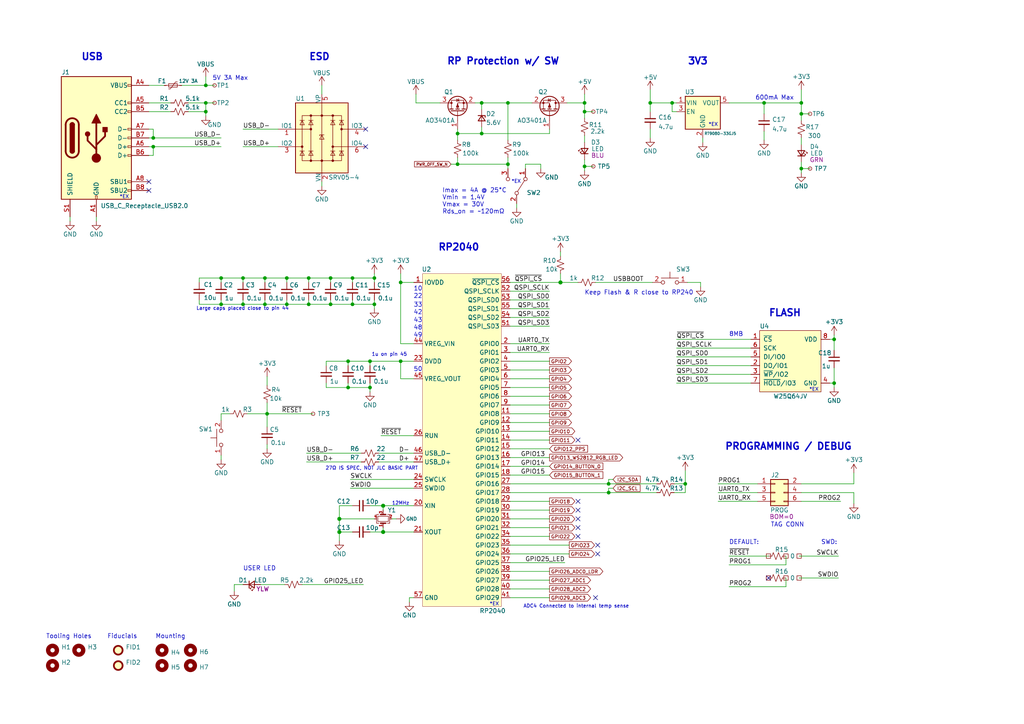
<source format=kicad_sch>
(kicad_sch (version 20211123) (generator eeschema)
  (paper "A4")
  (title_block (title "RP2040 & USB"))
  (junction (at 139.7 38.735))
  (junction (at 102.235 80.645))
  (junction (at 169.545 32.385))
  (junction (at 132.715 38.735))
  (junction (at 116.205 104.775))
  (junction (at 44.45 42.545))
  (junction (at 83.185 88.265))
  (junction (at 111.125 154.305) (diameter 1.016))
  (junction (at 100.965 104.775))
  (junction (at 70.485 80.645))
  (junction (at 44.45 40.005))
  (junction (at 139.7 29.845))
  (junction (at 194.945 29.845))
  (junction (at 102.235 88.265))
  (junction (at 108.585 80.645))
  (junction (at 147.32 29.845))
  (junction (at 98.425 150.495) (diameter 1.016))
  (junction (at 107.315 104.775))
  (junction (at 70.485 88.265))
  (junction (at 241.935 98.425))
  (junction (at 169.545 48.26))
  (junction (at 59.69 32.385))
  (junction (at 111.125 146.685) (diameter 1.016))
  (junction (at 232.41 48.895))
  (junction (at 64.135 88.265))
  (junction (at 95.885 80.645))
  (junction (at 98.425 154.305) (diameter 1.016))
  (junction (at 198.755 140.335))
  (junction (at 59.69 29.845))
  (junction (at 147.32 47.625))
  (junction (at 176.53 140.335))
  (junction (at 107.315 112.395))
  (junction (at 232.41 29.845))
  (junction (at 89.535 80.645))
  (junction (at 116.205 81.915))
  (junction (at 64.135 80.645))
  (junction (at 132.715 47.625))
  (junction (at 221.615 29.845))
  (junction (at 95.885 88.265))
  (junction (at 100.965 112.395))
  (junction (at 232.41 33.02))
  (junction (at 76.835 80.645))
  (junction (at 77.47 120.015))
  (junction (at 108.585 88.265))
  (junction (at 188.595 29.845))
  (junction (at 241.935 111.125))
  (junction (at 162.56 81.915) (diameter 1.016))
  (junction (at 59.69 24.765))
  (junction (at 89.535 88.265))
  (junction (at 83.185 80.645))
  (junction (at 176.53 142.875))
  (junction (at 169.545 29.845))
  (junction (at 76.835 88.265))
  (no_connect (at 222.885 167.64))
  (no_connect (at 106.045 42.545))
  (no_connect (at 167.64 127.635))
  (no_connect (at 167.64 153.035))
  (no_connect (at 167.64 150.495))
  (no_connect (at 173.355 160.655))
  (no_connect (at 173.355 158.115))
  (no_connect (at 167.64 155.575))
  (no_connect (at 167.64 147.955))
  (no_connect (at 167.64 145.415))
  (no_connect (at 172.72 173.355))
  (no_connect (at 43.18 52.705))
  (no_connect (at 106.045 37.465))
  (no_connect (at 43.18 55.245))
  (wire (pts (xy 147.955 102.235) (xy 159.385 102.235)))
  (wire (pts (xy 111.125 146.685) (xy 111.125 147.955)))
  (wire (pts (xy 116.205 109.855) (xy 116.205 104.775)))
  (wire (pts (xy 232.41 50.165) (xy 232.41 48.895)))
  (wire (pts (xy 43.18 37.465) (xy 44.45 37.465)))
  (wire (pts (xy 147.955 112.395) (xy 159.385 112.395)))
  (wire (pts (xy 240.665 98.425) (xy 241.935 98.425)))
  (wire (pts (xy 116.205 81.915) (xy 120.015 81.915)))
  (wire (pts (xy 219.71 145.415) (xy 208.28 145.415)))
  (wire (pts (xy 107.315 104.775) (xy 107.315 106.045)))
  (wire (pts (xy 102.235 88.265) (xy 102.235 86.995)))
  (wire (pts (xy 100.965 106.045) (xy 100.965 104.775)))
  (wire (pts (xy 162.56 81.915) (xy 162.56 79.375)))
  (wire (pts (xy 64.135 88.265) (xy 70.485 88.265)))
  (wire (pts (xy 70.485 88.265) (xy 70.485 86.995)))
  (wire (pts (xy 71.755 120.015) (xy 77.47 120.015)))
  (wire (pts (xy 227.965 161.29) (xy 227.965 163.83)))
  (wire (pts (xy 147.955 150.495) (xy 159.385 150.495)))
  (wire (pts (xy 241.935 98.425) (xy 241.935 101.6)))
  (wire (pts (xy 203.2 83.185) (xy 203.2 81.915)))
  (wire (pts (xy 137.795 29.845) (xy 139.7 29.845)))
  (wire (pts (xy 147.955 137.795) (xy 159.385 137.795)))
  (wire (pts (xy 247.65 142.875) (xy 247.65 146.05)))
  (wire (pts (xy 176.53 139.065) (xy 176.53 140.335)))
  (wire (pts (xy 147.955 104.775) (xy 159.385 104.775)))
  (wire (pts (xy 93.345 52.705) (xy 93.345 53.975)))
  (wire (pts (xy 82.55 169.545) (xy 75.565 169.545)))
  (wire (pts (xy 98.425 154.305) (xy 102.235 154.305)))
  (wire (pts (xy 93.345 24.765) (xy 93.345 27.305)))
  (wire (pts (xy 98.425 146.685) (xy 98.425 150.495)))
  (wire (pts (xy 94.615 112.395) (xy 94.615 111.125)))
  (wire (pts (xy 177.8 141.605) (xy 176.53 141.605)))
  (wire (pts (xy 176.53 141.605) (xy 176.53 142.875)))
  (wire (pts (xy 94.615 106.045) (xy 94.615 104.775)))
  (wire (pts (xy 116.205 109.855) (xy 120.015 109.855)))
  (wire (pts (xy 232.41 40.005) (xy 232.41 41.91)))
  (wire (pts (xy 59.69 29.845) (xy 62.23 29.845)))
  (wire (pts (xy 169.545 27.305) (xy 169.545 29.845)))
  (wire (pts (xy 211.455 163.83) (xy 227.965 163.83)))
  (wire (pts (xy 130.81 47.625) (xy 132.715 47.625)))
  (wire (pts (xy 147.955 99.695) (xy 159.385 99.695)))
  (wire (pts (xy 77.47 109.22) (xy 77.47 111.76)))
  (wire (pts (xy 70.485 42.545) (xy 80.645 42.545)))
  (wire (pts (xy 111.125 154.305) (xy 120.015 154.305)))
  (wire (pts (xy 147.955 81.915) (xy 162.56 81.915)))
  (wire (pts (xy 217.805 103.505) (xy 196.215 103.505)))
  (wire (pts (xy 211.455 170.18) (xy 227.965 170.18)))
  (wire (pts (xy 147.955 84.455) (xy 159.385 84.455)))
  (wire (pts (xy 147.955 86.995) (xy 159.385 86.995)))
  (wire (pts (xy 147.955 132.715) (xy 159.385 132.715)))
  (wire (pts (xy 64.135 121.92) (xy 64.135 120.015)))
  (wire (pts (xy 44.45 45.085) (xy 44.45 42.545)))
  (wire (pts (xy 196.215 29.845) (xy 194.945 29.845)))
  (wire (pts (xy 169.545 48.26) (xy 169.545 46.355)))
  (wire (pts (xy 70.485 80.645) (xy 76.835 80.645)))
  (wire (pts (xy 147.955 147.955) (xy 159.385 147.955)))
  (wire (pts (xy 88.9 131.445) (xy 104.775 131.445)))
  (wire (pts (xy 194.945 29.845) (xy 188.595 29.845)))
  (wire (pts (xy 89.535 88.265) (xy 83.185 88.265)))
  (wire (pts (xy 109.855 131.445) (xy 120.015 131.445)))
  (wire (pts (xy 247.65 137.16) (xy 247.65 140.335)))
  (wire (pts (xy 76.835 88.265) (xy 76.835 86.995)))
  (wire (pts (xy 44.45 42.545) (xy 64.135 42.545)))
  (wire (pts (xy 172.085 32.385) (xy 169.545 32.385)))
  (wire (pts (xy 44.45 40.005) (xy 64.135 40.005)))
  (wire (pts (xy 147.955 173.355) (xy 159.385 173.355)))
  (wire (pts (xy 169.545 32.385) (xy 169.545 29.845)))
  (wire (pts (xy 147.955 170.815) (xy 159.385 170.815)))
  (wire (pts (xy 108.585 79.375) (xy 108.585 80.645)))
  (wire (pts (xy 139.7 29.845) (xy 139.7 31.75)))
  (wire (pts (xy 108.585 80.645) (xy 108.585 81.915)))
  (wire (pts (xy 43.18 45.085) (xy 44.45 45.085)))
  (wire (pts (xy 76.835 88.265) (xy 83.185 88.265)))
  (wire (pts (xy 147.955 155.575) (xy 159.385 155.575)))
  (wire (pts (xy 221.615 29.845) (xy 221.615 33.02)))
  (wire (pts (xy 176.53 142.875) (xy 190.4632 142.875)))
  (wire (pts (xy 43.18 32.385) (xy 49.53 32.385)))
  (wire (pts (xy 132.715 47.625) (xy 147.32 47.625)))
  (wire (pts (xy 169.545 32.385) (xy 169.545 34.29)))
  (wire (pts (xy 98.425 150.495) (xy 98.425 154.305)))
  (wire (pts (xy 120.015 99.695) (xy 116.205 99.695)))
  (wire (pts (xy 43.18 24.765) (xy 47.625 24.765)))
  (wire (pts (xy 108.585 86.995) (xy 108.585 88.265)))
  (wire (pts (xy 221.615 29.845) (xy 232.41 29.845)))
  (wire (pts (xy 147.955 140.335) (xy 176.53 140.335)))
  (wire (pts (xy 83.185 88.265) (xy 83.185 86.995)))
  (wire (pts (xy 156.845 47.625) (xy 152.4 47.625)))
  (wire (pts (xy 59.69 29.845) (xy 59.69 32.385)))
  (wire (pts (xy 83.185 81.915) (xy 83.185 80.645)))
  (wire (pts (xy 101.6 139.065) (xy 120.015 139.065)))
  (wire (pts (xy 52.705 24.765) (xy 59.69 24.765)))
  (wire (pts (xy 232.41 48.895) (xy 232.41 46.99)))
  (wire (pts (xy 188.595 37.465) (xy 188.595 40.005)))
  (wire (pts (xy 196.215 98.425) (xy 217.805 98.425)))
  (wire (pts (xy 109.855 133.985) (xy 120.015 133.985)))
  (wire (pts (xy 139.7 38.735) (xy 159.385 38.735)))
  (wire (pts (xy 219.71 142.875) (xy 208.28 142.875)))
  (wire (pts (xy 59.69 22.225) (xy 59.69 24.765)))
  (wire (pts (xy 70.485 37.465) (xy 80.645 37.465)))
  (wire (pts (xy 162.56 81.915) (xy 167.64 81.915)))
  (wire (pts (xy 217.805 106.045) (xy 196.215 106.045)))
  (wire (pts (xy 116.205 104.775) (xy 120.015 104.775)))
  (wire (pts (xy 147.955 160.655) (xy 165.1 160.655)))
  (wire (pts (xy 147.955 122.555) (xy 159.385 122.555)))
  (wire (pts (xy 162.56 73.025) (xy 162.56 74.295)))
  (wire (pts (xy 217.805 108.585) (xy 196.215 108.585)))
  (wire (pts (xy 234.95 33.02) (xy 232.41 33.02)))
  (wire (pts (xy 198.755 140.335) (xy 198.755 142.875)))
  (wire (pts (xy 120.015 173.355) (xy 118.745 173.355)))
  (wire (pts (xy 240.665 111.125) (xy 241.935 111.125)))
  (wire (pts (xy 139.7 36.83) (xy 139.7 38.735)))
  (wire (pts (xy 147.955 153.035) (xy 159.385 153.035)))
  (wire (pts (xy 89.535 80.645) (xy 95.885 80.645)))
  (wire (pts (xy 156.845 48.895) (xy 156.845 47.625)))
  (wire (pts (xy 27.94 62.865) (xy 27.94 64.135)))
  (wire (pts (xy 116.205 81.915) (xy 116.205 99.695)))
  (wire (pts (xy 147.955 127.635) (xy 159.385 127.635)))
  (wire (pts (xy 147.955 89.535) (xy 159.385 89.535)))
  (wire (pts (xy 188.595 26.035) (xy 188.595 29.845)))
  (wire (pts (xy 147.955 117.475) (xy 159.385 117.475)))
  (wire (pts (xy 59.69 32.385) (xy 59.69 33.655)))
  (wire (pts (xy 203.835 40.005) (xy 203.835 41.275)))
  (wire (pts (xy 147.955 145.415) (xy 159.385 145.415)))
  (wire (pts (xy 43.18 29.845) (xy 49.53 29.845)))
  (wire (pts (xy 98.425 154.305) (xy 98.425 156.845)))
  (wire (pts (xy 147.955 163.195) (xy 163.83 163.195)))
  (wire (pts (xy 87.63 169.545) (xy 105.41 169.545)))
  (wire (pts (xy 98.425 146.685) (xy 102.235 146.685)))
  (wire (pts (xy 147.955 109.855) (xy 159.385 109.855)))
  (wire (pts (xy 102.235 88.265) (xy 108.585 88.265)))
  (wire (pts (xy 232.41 29.845) (xy 232.41 33.02)))
  (wire (pts (xy 100.965 104.775) (xy 107.315 104.775)))
  (wire (pts (xy 76.835 80.645) (xy 83.185 80.645)))
  (wire (pts (xy 102.235 80.645) (xy 108.585 80.645)))
  (wire (pts (xy 232.41 145.415) (xy 243.84 145.415)))
  (wire (pts (xy 194.945 32.385) (xy 194.945 29.845)))
  (wire (pts (xy 231.775 167.64) (xy 243.205 167.64)))
  (wire (pts (xy 120.65 29.845) (xy 127.635 29.845)))
  (wire (pts (xy 198.755 136.525) (xy 198.755 140.335)))
  (wire (pts (xy 89.535 88.265) (xy 89.535 86.995)))
  (wire (pts (xy 64.135 81.915) (xy 64.135 80.645)))
  (wire (pts (xy 219.71 140.335) (xy 208.28 140.335)))
  (wire (pts (xy 57.785 88.265) (xy 57.785 86.995)))
  (wire (pts (xy 177.8 139.065) (xy 176.53 139.065)))
  (wire (pts (xy 241.935 111.125) (xy 241.935 112.395)))
  (wire (pts (xy 77.47 120.015) (xy 90.805 120.015)))
  (wire (pts (xy 172.085 48.26) (xy 169.545 48.26)))
  (wire (pts (xy 195.5432 142.875) (xy 198.755 142.875)))
  (wire (pts (xy 147.955 125.095) (xy 159.385 125.095)))
  (wire (pts (xy 43.18 42.545) (xy 44.45 42.545)))
  (wire (pts (xy 70.485 169.545) (xy 67.945 169.545)))
  (wire (pts (xy 147.32 29.845) (xy 147.32 40.64)))
  (wire (pts (xy 107.315 113.665) (xy 107.315 112.395)))
  (wire (pts (xy 232.41 33.02) (xy 232.41 34.925)))
  (wire (pts (xy 94.615 104.775) (xy 100.965 104.775)))
  (wire (pts (xy 111.125 146.685) (xy 120.015 146.685)))
  (wire (pts (xy 132.715 45.72) (xy 132.715 47.625)))
  (wire (pts (xy 241.935 98.425) (xy 241.935 97.155)))
  (wire (pts (xy 217.805 100.965) (xy 196.215 100.965)))
  (wire (pts (xy 172.72 81.915) (xy 189.23 81.915)))
  (wire (pts (xy 147.955 114.935) (xy 159.385 114.935)))
  (wire (pts (xy 211.455 29.845) (xy 221.615 29.845)))
  (wire (pts (xy 116.205 79.375) (xy 116.205 81.915)))
  (wire (pts (xy 132.715 38.735) (xy 132.715 37.465)))
  (wire (pts (xy 217.805 111.125) (xy 196.215 111.125)))
  (wire (pts (xy 152.4 47.625) (xy 152.4 48.895)))
  (wire (pts (xy 241.935 106.68) (xy 241.935 111.125)))
  (wire (pts (xy 232.41 142.875) (xy 247.65 142.875)))
  (wire (pts (xy 64.135 80.645) (xy 70.485 80.645)))
  (wire (pts (xy 234.95 48.895) (xy 232.41 48.895)))
  (wire (pts (xy 102.235 81.915) (xy 102.235 80.645)))
  (wire (pts (xy 76.835 81.915) (xy 76.835 80.645)))
  (wire (pts (xy 20.32 62.865) (xy 20.32 64.135)))
  (wire (pts (xy 113.665 150.495) (xy 114.935 150.495)))
  (wire (pts (xy 196.215 32.385) (xy 194.945 32.385)))
  (wire (pts (xy 43.18 40.005) (xy 44.45 40.005)))
  (wire (pts (xy 203.2 81.915) (xy 199.39 81.915)))
  (wire (pts (xy 95.885 81.915) (xy 95.885 80.645)))
  (wire (pts (xy 147.955 120.015) (xy 159.385 120.015)))
  (wire (pts (xy 195.58 140.335) (xy 198.755 140.335)))
  (wire (pts (xy 211.455 161.29) (xy 222.885 161.29)))
  (wire (pts (xy 149.86 59.055) (xy 149.86 60.325)))
  (wire (pts (xy 147.955 165.735) (xy 159.385 165.735)))
  (wire (pts (xy 120.65 27.305) (xy 120.65 29.845)))
  (wire (pts (xy 77.47 116.84) (xy 77.47 120.015)))
  (wire (pts (xy 95.885 88.265) (xy 89.535 88.265)))
  (wire (pts (xy 54.61 29.845) (xy 59.69 29.845)))
  (wire (pts (xy 227.965 167.64) (xy 227.965 170.18)))
  (wire (pts (xy 88.9 133.985) (xy 104.775 133.985)))
  (wire (pts (xy 118.745 173.355) (xy 118.745 174.625)))
  (wire (pts (xy 110.49 126.365) (xy 120.015 126.365)))
  (wire (pts (xy 95.885 88.265) (xy 95.885 86.995)))
  (wire (pts (xy 101.6 141.605) (xy 120.015 141.605)))
  (wire (pts (xy 169.545 49.53) (xy 169.545 48.26)))
  (wire (pts (xy 107.315 112.395) (xy 100.965 112.395)))
  (wire (pts (xy 147.955 158.115) (xy 165.1 158.115)))
  (wire (pts (xy 95.885 80.645) (xy 102.235 80.645)))
  (wire (pts (xy 57.785 88.265) (xy 64.135 88.265)))
  (wire (pts (xy 147.955 94.615) (xy 159.385 94.615)))
  (wire (pts (xy 77.47 128.905) (xy 77.47 130.175)))
  (wire (pts (xy 76.835 88.265) (xy 70.485 88.265)))
  (wire (pts (xy 147.32 29.845) (xy 154.305 29.845)))
  (wire (pts (xy 57.785 81.915) (xy 57.785 80.645)))
  (wire (pts (xy 147.955 135.255) (xy 159.385 135.255)))
  (wire (pts (xy 147.955 142.875) (xy 176.53 142.875)))
  (wire (pts (xy 64.135 133.35) (xy 64.135 132.08)))
  (wire (pts (xy 70.485 81.915) (xy 70.485 80.645)))
  (wire (pts (xy 221.615 38.1) (xy 221.615 40.64)))
  (wire (pts (xy 147.955 168.275) (xy 159.385 168.275)))
  (wire (pts (xy 139.7 29.845) (xy 147.32 29.845)))
  (wire (pts (xy 64.135 88.265) (xy 64.135 86.995)))
  (wire (pts (xy 100.965 112.395) (xy 94.615 112.395)))
  (wire (pts (xy 62.23 24.765) (xy 59.69 24.765)))
  (wire (pts (xy 176.53 140.335) (xy 190.5 140.335)))
  (wire (pts (xy 107.315 104.775) (xy 116.205 104.775)))
  (wire (pts (xy 139.7 38.735) (xy 132.715 38.735)))
  (wire (pts (xy 77.47 120.015) (xy 77.47 123.825)))
  (wire (pts (xy 147.955 130.175) (xy 159.385 130.175)))
  (wire (pts (xy 232.41 140.335) (xy 247.65 140.335)))
  (wire (pts (xy 108.585 88.265) (xy 108.585 89.535)))
  (wire (pts (xy 111.125 153.035) (xy 111.125 154.305)))
  (wire (pts (xy 188.595 29.845) (xy 188.595 32.385)))
  (wire (pts (xy 132.715 38.735) (xy 132.715 40.64)))
  (wire (pts (xy 159.385 38.735) (xy 159.385 37.465)))
  (wire (pts (xy 57.785 80.645) (xy 64.135 80.645)))
  (wire (pts (xy 107.315 146.685) (xy 111.125 146.685)))
  (wire (pts (xy 108.585 150.495) (xy 98.425 150.495)))
  (wire (pts (xy 83.185 80.645) (xy 89.535 80.645)))
  (wire (pts (xy 100.965 112.395) (xy 100.965 111.125)))
  (wire (pts (xy 169.545 29.845) (xy 164.465 29.845)))
  (wire (pts (xy 102.235 88.265) (xy 95.885 88.265)))
  (wire (pts (xy 107.315 154.305) (xy 111.125 154.305)))
  (wire (pts (xy 67.945 169.545) (xy 67.945 171.45)))
  (wire (pts (xy 54.61 32.385) (xy 59.69 32.385)))
  (wire (pts (xy 107.315 112.395) (xy 107.315 111.125)))
  (wire (pts (xy 147.955 107.315) (xy 159.385 107.315)))
  (wire (pts (xy 44.45 37.465) (xy 44.45 40.005)))
  (wire (pts (xy 231.775 161.29) (xy 243.205 161.29)))
  (wire (pts (xy 232.41 26.035) (xy 232.41 29.845)))
  (wire (pts (xy 64.135 120.015) (xy 66.675 120.015)))
  (wire (pts (xy 169.545 39.37) (xy 169.545 41.275)))
  (wire (pts (xy 147.955 92.075) (xy 159.385 92.075)))
  (wire (pts (xy 147.32 47.625) (xy 147.32 48.895)))
  (wire (pts (xy 89.535 81.915) (xy 89.535 80.645)))
  (wire (pts (xy 147.32 47.625) (xy 147.32 45.72)))
  (text "10" (at 122.555 84.582 180) (effects (font (size 1.27 1.27)) (justify right bottom)))
  (text "12MHz" (at 118.745 146.685 180) (effects (font (size 1 1)) (justify right bottom)))
  (text "22" (at 122.555 86.741 180) (effects (font (size 1.27 1.27)) (justify right bottom)))
  (text "5V 3A Max" (at 61.595 23.495 0) (effects (font (size 1.27 1.27)) (justify left bottom)))
  (text "3V3" (at 199.39 19.05 0) (effects (font (size 2 2) (thickness 0.4) bold) (justify left bottom)))
  (text "49" (at 122.555 98.044 180) (effects (font (size 1.27 1.27)) (justify right bottom)))
  (text "8MB" (at 211.455 97.79 0) (effects (font (size 1.27 1.27)) (justify left bottom)))
  (text "42" (at 122.555 91.44 180) (effects (font (size 1.27 1.27)) (justify right bottom)))
  (text "*EX" (at 37.465 57.785 180) (effects (font (size 1 1)) (justify right bottom)))
  (text "50" (at 122.555 107.95 180) (effects (font (size 1.27 1.27)) (justify right bottom)))
  (text "*EX" (at 237.49 113.665 180) (effects (font (size 1 1)) (justify right bottom)))
  (text "Imax = 4A @ 25°C\nVmin = 1.4V\nVmax = 30V\nRds_on = ~120mΩ" (at 128.27 62.23 0) (effects (font (size 1.27 1.27)) (justify left bottom)))
  (text "RP Protection w/ SW" (at 129.54 19.05 0) (effects (font (size 2 2) (thickness 0.4) bold) (justify left bottom)))
  (text "27Ω IS SPEC, NOT JLC BASIC PART" (at 121.285 136.525 180) (effects (font (size 1 1)) (justify right bottom)))
  (text "Tooling Holes\n" (at 13.335 185.42 0) (effects (font (size 1.27 1.27)) (justify left bottom)))
  (text "*EX" (at 208.28 36.83 180) (effects (font (size 1 1)) (justify right bottom)))
  (text "ADC4 Connected to internal temp sense" (at 151.765 176.53 0) (effects (font (size 1 1)) (justify left bottom)))
  (text "ESD" (at 89.535 17.78 0) (effects (font (size 2 2) (thickness 0.4) bold) (justify left bottom)))
  (text "Keep Flash & R close to RP240" (at 169.545 85.725 0) (effects (font (size 1.27 1.27)) (justify left bottom)))
  (text "*EX" (at 144.78 175.895 180) (effects (font (size 1 1)) (justify right bottom)))
  (text "USB" (at 23.495 17.78 0) (effects (font (size 2 2) (thickness 0.4) bold) (justify left bottom)))
  (text "TAG CONN" (at 223.52 153.035 0) (effects (font (size 1.27 1.27)) (justify left bottom)))
  (text "Mounting" (at 45.085 185.42 0) (effects (font (size 1.27 1.27)) (justify left bottom)))
  (text "Large caps placed close to pin 44" (at 83.82 90.17 180) (effects (font (size 1 1)) (justify right bottom)))
  (text "33" (at 122.555 89.281 180) (effects (font (size 1.27 1.27)) (justify right bottom)))
  (text "FLASH" (at 222.885 92.075 0) (effects (font (size 2 2) (thickness 0.4) bold) (justify left bottom)))
  (text "DEFAULT:" (at 211.455 158.115 0) (effects (font (size 1.27 1.27)) (justify left bottom)))
  (text "*EX" (at 151.13 53.34 180) (effects (font (size 1 1)) (justify right bottom)))
  (text "1u on pin 45\n" (at 118.11 103.505 180) (effects (font (size 1 1)) (justify right bottom)))
  (text "RP2040\n" (at 127 73.025 0) (effects (font (size 2 2) (thickness 0.4) bold) (justify left bottom)))
  (text "600mA Max" (at 219.075 29.21 0) (effects (font (size 1.27 1.27)) (justify left bottom)))
  (text "43" (at 122.555 93.726 180) (effects (font (size 1.27 1.27)) (justify right bottom)))
  (text "USER LED\n" (at 70.485 165.735 0) (effects (font (size 1.27 1.27)) (justify left bottom)))
  (text "Fiducials" (at 31.115 185.42 0) (effects (font (size 1.27 1.27)) (justify left bottom)))
  (text "48" (at 122.555 95.885 180) (effects (font (size 1.27 1.27)) (justify right bottom)))
  (text "PROGRAMMING / DEBUG" (at 210.185 130.81 0) (effects (font (size 2 2) (thickness 0.4) bold) (justify left bottom)))
  (text "SWD:" (at 238.125 158.115 0) (effects (font (size 1.27 1.27)) (justify left bottom)))
  (label "QSPI_SD3" (at 196.215 111.125 0))
  (label "SWDIO" (at 243.205 167.64 180))
  (label "~{RESET}" (at 87.63 120.015 180))
  (label "QSPI_SCLK" (at 159.385 84.455 180))
  (label "UART0_TX" (at 159.385 99.695 180))
  (label "UART0_TX" (at 208.28 142.875 0))
  (label "USB_D+" (at 70.485 42.545 0))
  (label "QSPI_SD1" (at 159.385 89.535 180))
  (label "GPIO14" (at 158.115 135.255 180))
  (label "D+" (at 118.745 133.985 180))
  (label "QSPI_SCLK" (at 196.215 100.965 0))
  (label "PROG2" (at 243.84 145.415 180))
  (label "USB_D+" (at 64.135 42.545 180))
  (label "SWDIO" (at 101.6 141.605 0))
  (label "~{RESET}" (at 110.49 126.365 0))
  (label "QSPI_SD3" (at 159.385 94.615 180))
  (label "PROG2" (at 211.455 170.18 0))
  (label "D-" (at 118.745 131.445 180))
  (label "UART0_RX" (at 159.385 102.235 180))
  (label "SWCLK" (at 243.205 161.29 180))
  (label "GPIO15" (at 158.115 137.795 180))
  (label "USB_D-" (at 64.135 40.005 180))
  (label "UART0_RX" (at 208.28 145.415 0))
  (label "PROG1" (at 211.455 163.83 0))
  (label "QSPI_SD2" (at 159.385 92.075 180))
  (label "~{RESET}" (at 211.455 161.29 0))
  (label "PROG1" (at 208.28 140.335 0))
  (label "SWCLK" (at 101.6 139.065 0))
  (label "QSPI_SD2" (at 196.215 108.585 0))
  (label "USBBOOT" (at 186.69 81.915 180))
  (label "USB_D-" (at 88.9 131.445 0))
  (label "USB_D+" (at 88.9 133.985 0))
  (label "GPIO13" (at 158.115 132.715 180))
  (label "~{QSPI_CS}" (at 149.225 81.915 0))
  (label "QSPI_SD0" (at 196.215 103.505 0))
  (label "QSPI_SD1" (at 196.215 106.045 0))
  (label "QSPI_SD0" (at 159.385 86.995 180))
  (label "GPIO25_LED" (at 105.41 169.545 180))
  (label "GPIO25_LED" (at 163.83 163.195 180))
  (label "~{QSPI_CS}" (at 196.215 98.425 0))
  (label "USB_D-" (at 70.485 37.465 0))
  (global_label "GPIO6" (shape output) (at 159.385 114.935 0) (effects (font (size 1 1))) (property "Intersheet References" "${INTERSHEET_REFS}" (effects hide)))
  (global_label "GPIO24" (shape output) (at 165.1 160.655 0) (effects (font (size 1 1))) (property "Intersheet References" "${INTERSHEET_REFS}" (effects hide)))
  (global_label "GPIO13_WS2812_RGB_LED" (shape output) (at 159.385 132.715 0) (effects (font (size 1 1))) (property "Intersheet References" "${INTERSHEET_REFS}" (effects hide)))
  (global_label "GPIO2" (shape output) (at 159.385 104.775 0) (effects (font (size 1 1))) (property "Intersheet References" "${INTERSHEET_REFS}" (effects hide)))
  (global_label "GPIO11" (shape output) (at 159.385 127.635 0) (effects (font (size 1 1))) (property "Intersheet References" "${INTERSHEET_REFS}" (effects hide)))
  (global_label "GPIO28_ADC2" (shape output) (at 159.385 170.815 0) (effects (font (size 1 1))) (property "Intersheet References" "${INTERSHEET_REFS}" (effects hide)))
  (global_label "GPIO9" (shape output) (at 159.385 122.555 0) (effects (font (size 1 1))) (property "Intersheet References" "${INTERSHEET_REFS}" (effects hide)))
  (global_label "GPIO7" (shape output) (at 159.385 117.475 0) (effects (font (size 1 1))) (property "Intersheet References" "${INTERSHEET_REFS}" (effects hide)))
  (global_label "GPIO22" (shape output) (at 159.385 155.575 0) (effects (font (size 1 1))) (property "Intersheet References" "${INTERSHEET_REFS}" (effects hide)))
  (global_label "I2C_SDA" (shape input) (at 177.8 139.065 0) (effects (font (size 1 1))) (property "Intersheet References" "${INTERSHEET_REFS}" (effects hide)))
  (global_label "GPIO10" (shape output) (at 159.385 125.095 0) (effects (font (size 1 1))) (property "Intersheet References" "${INTERSHEET_REFS}" (effects hide)))
  (global_label "GPIO14_BUTTON_0" (shape input) (at 159.385 135.255 0) (effects (font (size 1 1))) (property "Intersheet References" "${INTERSHEET_REFS}" (effects hide)))
  (global_label "I2C_SCL" (shape input) (at 177.8 141.605 0) (effects (font (size 1 1))) (property "Intersheet References" "${INTERSHEET_REFS}" (effects hide)))
  (global_label "GPIO23" (shape output) (at 165.1 158.115 0) (effects (font (size 1 1))) (property "Intersheet References" "${INTERSHEET_REFS}" (effects hide)))
  (global_label "GPIO21" (shape output) (at 159.385 153.035 0) (effects (font (size 1 1))) (property "Intersheet References" "${INTERSHEET_REFS}" (effects hide)))
  (global_label "GPIO19" (shape output) (at 159.385 147.955 0) (effects (font (size 1 1))) (property "Intersheet References" "${INTERSHEET_REFS}" (effects hide)))
  (global_label "GPIO15_BUTTON_1" (shape input) (at 159.385 137.795 0) (effects (font (size 1 1))) (property "Intersheet References" "${INTERSHEET_REFS}" (effects hide)))
  (global_label "GPIO5" (shape output) (at 159.385 112.395 0) (effects (font (size 1 1))) (property "Intersheet References" "${INTERSHEET_REFS}" (effects hide)))
  (global_label "GPIO12_PPS" (shape input) (at 159.385 130.175 0) (effects (font (size 1 1))) (property "Intersheet References" "${INTERSHEET_REFS}" (effects hide)))
  (global_label "GPIO8" (shape output) (at 159.385 120.015 0) (effects (font (size 1 1))) (property "Intersheet References" "${INTERSHEET_REFS}" (effects hide)))
  (global_label "GPIO26_ADC0_LDR" (shape output) (at 159.385 165.735 0) (effects (font (size 1 1))) (property "Intersheet References" "${INTERSHEET_REFS}" (effects hide)))
  (global_label "GPIO20" (shape output) (at 159.385 150.495 0) (effects (font (size 1 1))) (property "Intersheet References" "${INTERSHEET_REFS}" (effects hide)))
  (global_label "PWR_OFF_SW_N" (shape input) (at 130.81 47.625 180) (effects (font (size 0.8 0.8))) (property "Intersheet References" "${INTERSHEET_REFS}" (effects hide)))
  (global_label "GPIO3" (shape output) (at 159.385 107.315 0) (effects (font (size 1 1))) (property "Intersheet References" "${INTERSHEET_REFS}" (effects hide)))
  (global_label "GPIO29_ADC3" (shape output) (at 159.385 173.355 0) (effects (font (size 1 1))) (property "Intersheet References" "${INTERSHEET_REFS}" (effects hide)))
  (global_label "GPIO18" (shape output) (at 159.385 145.415 0) (effects (font (size 1 1))) (property "Intersheet References" "${INTERSHEET_REFS}" (effects hide)))
  (global_label "GPIO27_ADC1" (shape output) (at 159.385 168.275 0) (effects (font (size 1 1))) (property "Intersheet References" "${INTERSHEET_REFS}" (effects hide)))
  (global_label "GPIO4" (shape output) (at 159.385 109.855 0) (effects (font (size 1 1))) (property "Intersheet References" "${INTERSHEET_REFS}" (effects hide)))
  (symbol (lib_id "Mechanical:Fiducial") (at 34.29 193.04 0) (unit 1)
    (property "Reference" "FID2" (at 36.449 192.1315 0) (effects (justify left)))
    (property "Value" "Fiducial" (effects hide))
    (property "Footprint" "Fiducial:Fiducial_1mm_Mask2mm" (effects hide))
    (property "bom" "BOM=0" (effects hide))
  )
  (symbol (lib_id "Device:R_Small_US") (at 77.47 114.3 0) (unit 1)
    (property "Reference" "R4" (at 80.01 113.03 0))
    (property "Value" "10k" (at 80.01 115.57 0))
    (property "Footprint" "Resistor_SMD:R_0402_1005Metric" (effects hide))
    (property "lcsc" "C25744" (effects hide))
  )
  (symbol (lib_id "power:+3.3V") (at 241.935 97.155 0) (mirror y) (unit 1)
    (property "Reference" "#PWR032" (effects hide))
    (property "Value" "+3.3V" (at 241.935 93.345 0))
  )
  (symbol (lib_id "Device:C_Small") (at 95.885 84.455 0) (unit 1)
    (property "Reference" "C9" (at 96.647 82.677 0) (effects (justify left)))
    (property "Value" "0.1u" (at 96.901 86.487 0) (effects (justify left)))
    (property "Footprint" "Capacitor_SMD:C_0402_1005Metric" (effects hide))
    (property "lcsc" "C1525" (effects hide))
    (property "desc" "16V X7R" (effects hide))
  )
  (symbol (lib_id "power:+3.3V") (at 116.205 79.375 0) (unit 1)
    (property "Reference" "#PWR016" (effects hide))
    (property "Value" "+3.3V" (at 116.205 75.565 0))
  )
  (symbol (lib_id "power:+3V3") (at 247.65 137.16 0) (mirror y) (unit 1)
    (property "Reference" "#PWR034" (effects hide))
    (property "Value" "+3V3" (at 247.65 133.35 0))
  )
  (symbol (lib_id "power:+3V3") (at 198.755 136.525 0) (mirror y) (unit 1)
    (property "Reference" "#PWR026" (effects hide))
    (property "Value" "+3V3" (at 198.755 132.715 0))
  )
  (symbol (lib_id "power:GND") (at 77.47 130.175 0) (unit 1)
    (property "Reference" "#PWR08" (effects hide))
    (property "Value" "GND" (at 77.47 133.985 0))
  )
  (symbol (lib_id "Device:C_Small") (at 107.315 108.585 0) (unit 1)
    (property "Reference" "C14" (at 108.077 106.807 0) (effects (justify left)))
    (property "Value" "0.1u" (at 108.331 110.617 0) (effects (justify left)))
    (property "Footprint" "Capacitor_SMD:C_0402_1005Metric" (effects hide))
    (property "lcsc" "C1525" (effects hide))
    (property "desc" "16V X7R" (effects hide))
  )
  (symbol (lib_id "Connector:TestPoint_Small") (at 172.085 32.385 0) (unit 1)
    (property "Reference" "TP4" (at 172.72 32.385 0) (effects (justify left)))
    (property "Value" "5V" (effects hide))
    (property "Footprint" "TestPoint:TestPoint_Pad_D1.0mm" (effects hide))
    (property "bom" "BOM=0" (effects hide))
  )
  (symbol (lib_id "Device:C_Small") (at 83.185 84.455 0) (unit 1)
    (property "Reference" "C6" (at 83.947 82.677 0) (effects (justify left)))
    (property "Value" "0.1u" (at 84.201 86.487 0) (effects (justify left)))
    (property "Footprint" "Capacitor_SMD:C_0402_1005Metric" (effects hide))
    (property "lcsc" "C1525" (effects hide))
    (property "desc" "16V X7R" (effects hide))
  )
  (symbol (lib_id "power:VBUS") (at 93.345 24.765 0) (unit 1)
    (property "Reference" "#PWR09" (effects hide))
    (property "Value" "VBUS" (at 93.345 21.1605 0))
  )
  (symbol (lib_id "Device:R_Small_US") (at 232.41 37.465 180) (unit 1)
    (property "Reference" "R17" (at 235.585 36.83 0))
    (property "Value" "300" (at 236.22 39.37 0))
    (property "Footprint" "Resistor_SMD:R_0402_1005Metric" (effects hide))
    (property "lcsc" "C25102" (effects hide))
  )
  (symbol (lib_id "Device:LED_Small") (at 169.545 43.815 90) (unit 1)
    (property "Reference" "D3" (at 172.72 41.275 90))
    (property "Value" "LED" (at 173.355 43.18 90))
    (property "Footprint" "LED_SMD:LED_0603_1608Metric" (effects hide))
    (property "desc" "VFtyp 2.8V, VFmax 3.1V, Blue" (effects hide))
    (property "lcsc" "C72041" (effects hide))
    (property "Color" "BLU" (at 173.355 45.085 90))
  )
  (symbol (lib_id "Mechanical:MountingHole") (at 55.245 193.04 0) (unit 1)
    (property "Reference" "H7" (at 57.785 193.519 0) (effects (justify left)))
    (property "Value" "Mounting_Hole" (effects hide))
    (property "Footprint" "MountingHole:MountingHole_2.7mm_M2.5" (effects hide))
    (property "bom" "BOM=0" (effects hide))
  )
  (symbol (lib_id "Transistor_FET:AO3401A") (at 132.715 32.385 90) (unit 1)
    (property "Reference" "Q1" (at 130.175 26.67 90))
    (property "Value" "AO3401A" (at 127.635 34.925 90))
    (property "Footprint" "Package_TO_SOT_SMD:SOT-23" (effects hide))
    (property "Datasheet" "http://www.aosmd.com/pdfs/datasheet/AO3401A.pdf" (effects hide))
    (property "lcsc" "C15127" (effects hide))
  )
  (symbol (lib_id "power:GND") (at 156.845 48.895 0) (unit 1)
    (property "Reference" "#PWR020" (effects hide))
    (property "Value" "GND" (at 160.02 51.435 0))
  )
  (symbol (lib_id "Connector:TestPoint_Small") (at 62.23 24.765 0) (unit 1)
    (property "Reference" "TP1" (at 62.865 24.765 0) (effects (justify left)))
    (property "Value" "VBUS" (effects hide))
    (property "Footprint" "TestPoint:TestPoint_Pad_D1.0mm" (effects hide))
    (property "bom" "BOM=0" (effects hide))
  )
  (symbol (lib_id "Mechanical:MountingHole") (at 15.24 193.04 0) (unit 1)
    (property "Reference" "H2" (at 17.78 192.1315 0) (effects (justify left)))
    (property "Value" "Tooling_Hole_JLC" (effects hide))
    (property "Footprint" "ftp:JLC_Tooling_Hole" (effects hide))
    (property "bom" "BOM=0" (effects hide))
  )
  (symbol (lib_id "Device:R_Small_US") (at 147.32 43.18 0) (unit 1)
    (property "Reference" "R9" (at 149.86 41.91 0))
    (property "Value" "100k" (at 151.13 44.45 0))
    (property "Footprint" "Resistor_SMD:R_0402_1005Metric" (effects hide))
    (property "lcsc" "C25741" (effects hide))
  )
  (symbol (lib_id "MCU_RaspberryPi:RP2040") (at 133.985 79.375 0) (unit 1)
    (property "Reference" "U2" (at 125.095 78.105 0) (effects (justify right)))
    (property "Value" "RP2040" (at 142.875 177.165 0))
    (property "Footprint" "ftp:QFN-56_EP_7x7_Pitch0.4mm" (effects hide))
    (property "Datasheet" "https://datasheets.raspberrypi.org/rp2040/rp2040_datasheet.pdf" (effects hide))
    (property "lcsc" "C2040" (effects hide))
  )
  (symbol (lib_id "Device:LED_Small") (at 73.025 169.545 0) (mirror x) (unit 1)
    (property "Reference" "D1" (at 70.485 168.275 0))
    (property "Value" "LED" (at 75.565 168.275 0))
    (property "Footprint" "LED_SMD:LED_0603_1608Metric" (effects hide))
    (property "desc" "VFtyp 2V, VFmax 2.3V, Yellow" (effects hide))
    (property "lcsc" "C72038" (effects hide))
    (property "Color" "YLW" (at 76.2 170.815 0))
  )
  (symbol (lib_id "Device:R_Small_US") (at 52.07 32.385 90) (unit 1)
    (property "Reference" "R2" (at 47.625 31.115 90))
    (property "Value" "5.1k" (at 55.88 31.115 90))
    (property "Footprint" "Resistor_SMD:R_0402_1005Metric" (effects hide))
    (property "lcsc" "C25744" (effects hide))
  )
  (symbol (lib_id "Device:Polyfuse_Small") (at 50.165 24.765 90) (unit 1)
    (property "Reference" "F1" (at 46.99 23.495 90))
    (property "Value" "12V 3A" (at 54.61 23.495 90) (effects (font (size 1 1))))
    (property "Footprint" "Fuse:Fuse_1206_3216Metric" (effects hide))
    (property "desc" "JK-NSMD300L-12V" (effects hide))
    (property "lcsc" "C516068" (effects hide))
  )
  (symbol (lib_id "Device:R_Small_US") (at 193.04 140.335 90) (unit 1)
    (property "Reference" "R14" (at 196.215 139.065 90))
    (property "Value" "4.7k" (at 189.23 139.065 90))
    (property "Footprint" "Resistor_SMD:R_0402_1005Metric" (effects hide))
    (property "lcsc" "C25900" (effects hide))
  )
  (symbol (lib_id "Power_Protection:SRV05-4") (at 93.345 40.005 0) (unit 1)
    (property "Reference" "U1" (at 85.725 28.575 0) (effects (justify left)))
    (property "Value" "SRV05-4" (at 95.25 51.435 0) (effects (justify left)))
    (property "Footprint" "Package_TO_SOT_SMD:SOT-23-6" (effects hide))
    (property "Datasheet" "http://www.onsemi.com/pub/Collateral/SRV05-4-D.PDF" (effects hide))
    (property "lcsc" "C85364" (effects hide))
  )
  (symbol (lib_id "power:GND") (at 27.94 64.135 0) (unit 1)
    (property "Reference" "#PWR02" (effects hide))
    (property "Value" "GND" (at 27.94 67.945 0))
  )
  (symbol (lib_id "power:GND") (at 149.86 60.325 0) (unit 1)
    (property "Reference" "#PWR019" (effects hide))
    (property "Value" "GND" (at 149.86 64.135 0))
  )
  (symbol (lib_id "power:GND") (at 203.835 41.275 0) (unit 1)
    (property "Reference" "#PWR028" (effects hide))
    (property "Value" "GND" (at 203.835 45.085 0))
  )
  (symbol (lib_id "Device:R_Small_US") (at 132.715 43.18 0) (unit 1)
    (property "Reference" "R8" (at 135.255 41.91 0))
    (property "Value" "100k" (at 136.525 44.45 0))
    (property "Footprint" "Resistor_SMD:R_0402_1005Metric" (effects hide))
    (property "lcsc" "C25741" (effects hide))
  )
  (symbol (lib_id "Switch:SW_Push") (at 64.135 127 90) (unit 1)
    (property "Reference" "SW1" (at 59.69 124.46 90))
    (property "Value" "TS-1187A-B-A-B" (effects hide))
    (property "Footprint" "Button_Switch_SMD:SW_SPST_TL3342" (effects hide))
    (property "desc" "ftp: Not Exact" (effects hide))
    (property "lcsc" "C318884" (effects hide))
  )
  (symbol (lib_id "power:GND") (at 221.615 40.64 0) (unit 1)
    (property "Reference" "#PWR029" (effects hide))
    (property "Value" "GND" (at 221.615 44.45 0))
  )
  (symbol (lib_id "Device:C_Small") (at 221.615 35.56 0) (unit 1)
    (property "Reference" "C17" (at 223.9391 34.6578 0) (effects (justify left)))
    (property "Value" "4.7u" (at 223.9391 37.4329 0) (effects (justify left)))
    (property "Footprint" "Capacitor_SMD:C_0402_1005Metric" (effects hide))
    (property "lcsc" "C23733" (effects hide))
    (property "desc" "10V X5R" (effects hide))
  )
  (symbol (lib_id "power:+3.3V") (at 162.56 73.025 0) (unit 1)
    (property "Reference" "#PWR021" (effects hide))
    (property "Value" "+3.3V" (at 162.56 69.215 0))
  )
  (symbol (lib_id "Mechanical:MountingHole") (at 46.99 188.595 0) (unit 1)
    (property "Reference" "H4" (at 49.53 189.23 0) (effects (justify left)))
    (property "Value" "Mounting_Hole" (effects hide))
    (property "Footprint" "MountingHole:MountingHole_2.7mm_M2.5" (effects hide))
    (property "bom" "BOM=0" (effects hide))
  )
  (symbol (lib_id "Mechanical:MountingHole") (at 55.245 188.595 0) (unit 1)
    (property "Reference" "H6" (at 57.785 189.074 0) (effects (justify left)))
    (property "Value" "Mounting_Hole" (effects hide))
    (property "Footprint" "MountingHole:MountingHole_2.7mm_M2.5" (effects hide))
    (property "bom" "BOM=0" (effects hide))
  )
  (symbol (lib_id "power:GND") (at 241.935 112.395 0) (unit 1)
    (property "Reference" "#PWR033" (effects hide))
    (property "Value" "GND" (at 241.935 116.205 0))
  )
  (symbol (lib_id "Device:C_Small") (at 70.485 84.455 0) (unit 1)
    (property "Reference" "C3" (at 71.247 82.677 0) (effects (justify left)))
    (property "Value" "0.1u" (at 71.501 86.487 0) (effects (justify left)))
    (property "Footprint" "Capacitor_SMD:C_0402_1005Metric" (effects hide))
    (property "lcsc" "C1525" (effects hide))
    (property "desc" "16V X7R" (effects hide))
  )
  (symbol (lib_id "power:GND") (at 59.69 33.655 0) (unit 1)
    (property "Reference" "#PWR04" (effects hide))
    (property "Value" "GND" (at 62.23 36.195 0))
  )
  (symbol (lib_id "power:GND") (at 64.135 133.35 0) (unit 1)
    (property "Reference" "#PWR05" (effects hide))
    (property "Value" "GND" (at 64.135 137.16 0))
  )
  (symbol (lib_id "power:GND") (at 67.945 171.45 0) (unit 1)
    (property "Reference" "#PWR06" (effects hide))
    (property "Value" "GND" (at 67.945 175.26 0))
  )
  (symbol (lib_id "power:GND") (at 107.315 113.665 0) (unit 1)
    (property "Reference" "#PWR012" (effects hide))
    (property "Value" "GND" (at 107.315 117.475 0))
  )
  (symbol (lib_id "Device:C_Small") (at 102.235 84.455 0) (unit 1)
    (property "Reference" "C11" (at 102.997 82.677 0) (effects (justify left)))
    (property "Value" "0.1u" (at 103.251 86.487 0) (effects (justify left)))
    (property "Footprint" "Capacitor_SMD:C_0402_1005Metric" (effects hide))
    (property "lcsc" "C1525" (effects hide))
    (property "desc" "16V X7R" (effects hide))
  )
  (symbol (lib_id "Mechanical:MountingHole") (at 22.86 188.595 0) (unit 1)
    (property "Reference" "H3" (at 25.4 187.6865 0) (effects (justify left)))
    (property "Value" "Tooling_Hole_JLC" (effects hide))
    (property "Footprint" "ftp:JLC_Tooling_Hole" (effects hide))
    (property "bom" "BOM=0" (effects hide))
  )
  (symbol (lib_id "Device:C_Small") (at 104.775 154.305 90) (unit 1)
    (property "Reference" "C13" (at 101.6 153.035 90) (effects (justify left)))
    (property "Value" "10p" (at 109.855 153.035 90) (effects (justify left)))
    (property "Footprint" "Capacitor_SMD:C_0402_1005Metric" (effects hide))
    (property "lcsc" "C32949" (effects hide))
    (property "desc" "50V C0G" (effects hide))
  )
  (symbol (lib_id "Device:R_Small_US") (at 52.07 29.845 90) (unit 1)
    (property "Reference" "R1" (at 47.625 28.575 90))
    (property "Value" "5.1k" (at 55.88 28.575 90))
    (property "Footprint" "Resistor_SMD:R_0402_1005Metric" (effects hide))
    (property "lcsc" "C25744" (effects hide))
  )
  (symbol (lib_id "Switch:SW_SPDT") (at 149.86 53.975 270) (mirror x) (unit 1)
    (property "Reference" "SW2" (at 156.845 55.88 90) (effects (justify right)))
    (property "Value" "SSSS811101" (effects hide))
    (property "Footprint" "ftp:SSSS811101" (effects hide))
    (property "lcsc" " C109335" (effects hide))
  )
  (symbol (lib_id "Device:R_Small_US") (at 162.56 76.835 0) (mirror y) (unit 1)
    (property "Reference" "R10" (at 159.385 75.565 0))
    (property "Value" "10k" (at 160.02 78.105 0))
    (property "Footprint" "Resistor_SMD:R_0402_1005Metric" (effects hide))
    (property "lcsc" "C25744" (effects hide))
  )
  (symbol (lib_id "Device:C_Small") (at 77.47 126.365 0) (unit 1)
    (property "Reference" "C5" (at 78.232 124.587 0) (effects (justify left)))
    (property "Value" "0.1u" (at 78.486 128.397 0) (effects (justify left)))
    (property "Footprint" "Capacitor_SMD:C_0402_1005Metric" (effects hide))
    (property "lcsc" "C1525" (effects hide))
    (property "desc" "16V X7R" (effects hide))
  )
  (symbol (lib_id "Device:Crystal_GND24_Small") (at 111.125 150.495 90) (unit 1)
    (property "Reference" "Y1" (at 112.395 147.955 90) (effects (justify right)))
    (property "Value" "XYDBPCNANF-12MHZ" (effects hide))
    (property "Footprint" "Crystal:Crystal_SMD_3225-4Pin_3.2x2.5mm" (effects hide))
    (property "lcsc" "C9002" (effects hide))
  )
  (symbol (lib_id "Device:C_Small") (at 104.775 146.685 90) (unit 1)
    (property "Reference" "C12" (at 101.6 145.415 90) (effects (justify left)))
    (property "Value" "10p" (at 109.855 145.415 90) (effects (justify left)))
    (property "Footprint" "Capacitor_SMD:C_0402_1005Metric" (effects hide))
    (property "lcsc" "C32949" (effects hide))
    (property "desc" "50V C0G" (effects hide))
  )
  (symbol (lib_id "Device:C_Small") (at 64.135 84.455 0) (unit 1)
    (property "Reference" "C2" (at 64.897 82.677 0) (effects (justify left)))
    (property "Value" "1u" (at 65.151 86.487 0) (effects (justify left)))
    (property "Footprint" "Capacitor_SMD:C_0402_1005Metric" (effects hide))
    (property "lcsc" "C52923" (effects hide))
    (property "desc" "25V X5R" (effects hide))
  )
  (symbol (lib_id "Device:D_Zener_Small") (at 139.7 34.29 270) (unit 1)
    (property "Reference" "D2" (at 140.97 33.02 90) (effects (justify left)))
    (property "Value" "5.6V" (at 140.97 35.56 90) (effects (justify left)))
    (property "Footprint" "Diode_SMD:D_MiniMELF" (effects hide))
    (property "desc" "ZMM5V6-M" (effects hide))
    (property "lcsc" "C8062" (effects hide))
  )
  (symbol (lib_id "master:R_Small_US_3pad") (at 222.885 167.64 0) (unit 1)
    (property "Reference" "R16" (at 226.695 165.735 0))
    (property "Value" "0" (at 229.87 167.64 0))
    (property "Footprint" "master_ftp:R_0402_1005Metric_3pad" (effects hide))
    (property "lcsc" "C17168" (effects hide))
  )
  (symbol (lib_id "Memory_Flash_Extra:W25Q64JV") (at 229.235 104.775 0) (mirror y) (unit 1)
    (property "Reference" "U4" (at 220.345 94.615 0) (effects (justify right)))
    (property "Value" "W25Q64JV" (at 229.235 114.935 0))
    (property "Footprint" "Package_SON:WSON-8-1EP_4x4mm_P0.8mm_EP2.2x3mm" (effects hide))
    (property "lcsc" "C2940195" (effects hide))
    (property "desc" "8MB Flash" (effects hide))
  )
  (symbol (lib_id "Mechanical:MountingHole") (at 46.99 193.04 0) (unit 1)
    (property "Reference" "H5" (at 49.53 193.519 0) (effects (justify left)))
    (property "Value" "Mounting_Hole" (effects hide))
    (property "Footprint" "MountingHole:MountingHole_2.7mm_M2.5" (effects hide))
    (property "bom" "BOM=0" (effects hide))
  )
  (symbol (lib_id "power:GND") (at 169.545 49.53 0) (unit 1)
    (property "Reference" "#PWR023" (effects hide))
    (property "Value" "GND" (at 169.545 53.34 0))
  )
  (symbol (lib_id "power:GND") (at 108.585 89.535 0) (unit 1)
    (property "Reference" "#PWR014" (effects hide))
    (property "Value" "GND" (at 108.585 93.345 0))
  )
  (symbol (lib_id "Connector:TestPoint_Small") (at 172.085 48.26 0) (unit 1)
    (property "Reference" "TP5" (at 173.355 48.26 0) (effects (justify left)))
    (property "Value" "5V" (effects hide))
    (property "Footprint" "TestPoint:TestPoint_Pad_D1.0mm" (effects hide))
    (property "bom" "BOM=0" (effects hide))
  )
  (symbol (lib_id "Device:C_Small") (at 100.965 108.585 0) (unit 1)
    (property "Reference" "C10" (at 101.727 106.807 0) (effects (justify left)))
    (property "Value" "0.1u" (at 101.981 110.617 0) (effects (justify left)))
    (property "Footprint" "Capacitor_SMD:C_0402_1005Metric" (effects hide))
    (property "lcsc" "C1525" (effects hide))
    (property "desc" "16V X7R" (effects hide))
  )
  (symbol (lib_id "Device:LED_Small") (at 232.41 44.45 270) (mirror x) (unit 1)
    (property "Reference" "D4" (at 236.22 42.545 90))
    (property "Value" "LED" (at 236.855 44.45 90))
    (property "Footprint" "LED_SMD:LED_0603_1608Metric" (effects hide))
    (property "desc" "VFtyp 3.3V, VFmax 3.7V, Green" (effects hide))
    (property "lcsc" "C72043" (effects hide))
    (property "Color" "GRN" (at 236.855 46.355 90))
  )
  (symbol (lib_id "Device:C_Small") (at 188.595 34.925 0) (unit 1)
    (property "Reference" "C16" (at 190.9191 34.0228 0) (effects (justify left)))
    (property "Value" "4.7u" (at 190.9191 36.7979 0) (effects (justify left)))
    (property "Footprint" "Capacitor_SMD:C_0402_1005Metric" (effects hide))
    (property "lcsc" "C23733" (effects hide))
    (property "desc" "10V X5R" (effects hide))
  )
  (symbol (lib_id "power:VBUS") (at 120.65 27.305 0) (unit 1)
    (property "Reference" "#PWR018" (effects hide))
    (property "Value" "VBUS" (at 120.65 23.7005 0))
  )
  (symbol (lib_id "power:GND") (at 93.345 53.975 0) (unit 1)
    (property "Reference" "#PWR010" (effects hide))
    (property "Value" "GND" (at 93.345 57.785 0))
  )
  (symbol (lib_id "Connector:TestPoint_Small") (at 62.23 29.845 0) (unit 1)
    (property "Reference" "TP2" (at 62.865 29.845 0) (effects (justify left)))
    (property "Value" "GND" (effects hide))
    (property "Footprint" "TestPoint:TestPoint_Pad_D1.0mm" (effects hide))
    (property "bom" "BOM=0" (effects hide))
  )
  (symbol (lib_id "Device:R_Small_US") (at 169.545 36.83 180) (unit 1)
    (property "Reference" "R11" (at 172.72 36.195 0))
    (property "Value" "2.2k" (at 173.355 38.1 0))
    (property "Footprint" "Resistor_SMD:R_0402_1005Metric" (effects hide))
    (property "lcsc" "C25879" (effects hide))
  )
  (symbol (lib_id "power:+3V3") (at 108.585 79.375 0) (unit 1)
    (property "Reference" "#PWR013" (effects hide))
    (property "Value" "+3V3" (at 108.585 75.565 0))
  )
  (symbol (lib_id "Device:R_Small_US") (at 193.0032 142.875 90) (unit 1)
    (property "Reference" "R13" (at 196.215 141.605 90))
    (property "Value" "4.7k" (at 189.1932 141.605 90))
    (property "Footprint" "Resistor_SMD:R_0402_1005Metric" (effects hide))
    (property "lcsc" "C25900" (effects hide))
  )
  (symbol (lib_id "power:GND") (at 98.425 156.845 0) (unit 1)
    (property "Reference" "#PWR011" (effects hide))
    (property "Value" "GND" (at 98.425 160.655 0))
  )
  (symbol (lib_id "Device:C_Small") (at 94.615 108.585 0) (unit 1)
    (property "Reference" "C8" (at 95.377 106.807 0) (effects (justify left)))
    (property "Value" "1u" (at 95.631 110.617 0) (effects (justify left)))
    (property "Footprint" "Capacitor_SMD:C_0402_1005Metric" (effects hide))
    (property "lcsc" "C52923" (effects hide))
    (property "desc" "25V X5R" (effects hide))
  )
  (symbol (lib_id "Mechanical:Fiducial") (at 34.29 188.595 0) (unit 1)
    (property "Reference" "FID1" (at 36.449 187.6865 0) (effects (justify left)))
    (property "Value" "Fiducial" (effects hide))
    (property "Footprint" "Fiducial:Fiducial_1mm_Mask2mm" (effects hide))
    (property "bom" "BOM=0" (effects hide))
  )
  (symbol (lib_id "Connector:USB_C_Receptacle_USB2.0") (at 27.94 40.005 0) (unit 1)
    (property "Reference" "J1" (at 19.05 20.955 0))
    (property "Value" "USB_C_Receptacle_USB2.0" (at 41.91 59.69 0))
    (property "Footprint" "ftp:USB-C-16p" (effects hide))
    (property "Datasheet" "https://www.usb.org/sites/default/files/documents/usb_type-c.zip" (effects hide))
    (property "lcsc" "C167321" (effects hide))
  )
  (symbol (lib_id "power:GND") (at 203.2 83.185 0) (unit 1)
    (property "Reference" "#PWR027" (effects hide))
    (property "Value" "GND" (at 203.2 86.995 0))
  )
  (symbol (lib_id "power:GND") (at 188.595 40.005 0) (unit 1)
    (property "Reference" "#PWR025" (effects hide))
    (property "Value" "GND" (at 188.595 43.815 0))
  )
  (symbol (lib_id "Device:C_Small") (at 241.935 104.14 0) (mirror y) (unit 1)
    (property "Reference" "C18" (at 241.173 102.362 0) (effects (justify left)))
    (property "Value" "1u" (at 240.919 106.172 0) (effects (justify left)))
    (property "Footprint" "Capacitor_SMD:C_0402_1005Metric" (effects hide))
    (property "lcsc" "C52923" (effects hide))
    (property "desc" "25V X5R" (effects hide))
  )
  (symbol (lib_id "Connector:TestPoint_Small") (at 90.805 120.015 0) (unit 1)
    (property "Reference" "TP3" (at 92.075 120.015 0) (effects (justify left)))
    (property "Value" "RST" (effects hide))
    (property "Footprint" "TestPoint:TestPoint_Pad_D1.0mm" (effects hide))
    (property "bom" "BOM=0" (effects hide))
  )
  (symbol (lib_id "Device:R_Small_US") (at 69.215 120.015 90) (unit 1)
    (property "Reference" "R3" (at 71.755 118.745 90))
    (property "Value" "1k" (at 65.405 118.745 90))
    (property "Footprint" "Resistor_SMD:R_0402_1005Metric" (effects hide))
    (property "lcsc" "C11702" (effects hide))
  )
  (symbol (lib_id "Connector_Generic:Conn_02x03_Odd_Even") (at 224.79 142.875 0) (unit 1)
    (property "Reference" "J2" (at 224.79 137.795 0))
    (property "Value" "PROG" (at 226.06 147.955 0))
    (property "Footprint" "Connector:Tag-Connect_TC2030-IDC-NL_2x03_P1.27mm_Vertical" (effects hide))
    (property "desc" "TC2030 UART ESP-PROG Interface" (effects hide))
    (property "bom" "BOM=0" (at 226.695 149.86 0))
  )
  (symbol (lib_id "power:VBUS") (at 59.69 22.225 0) (unit 1)
    (property "Reference" "#PWR03" (effects hide))
    (property "Value" "VBUS" (at 59.69 18.6205 0))
  )
  (symbol (lib_id "power:GND") (at 247.65 146.05 0) (unit 1)
    (property "Reference" "#PWR035" (effects hide))
    (property "Value" "GND" (at 247.65 149.86 0))
  )
  (symbol (lib_id "power:GND") (at 232.41 50.165 0) (unit 1)
    (property "Reference" "#PWR031" (effects hide))
    (property "Value" "GND" (at 232.41 53.975 0))
  )
  (symbol (lib_id "Device:R_Small_US") (at 85.09 169.545 90) (mirror x) (unit 1)
    (property "Reference" "R5" (at 82.55 168.275 90))
    (property "Value" "2.2k" (at 88.9 168.275 90))
    (property "Footprint" "Resistor_SMD:R_0402_1005Metric" (effects hide))
    (property "lcsc" "C25879" (effects hide))
  )
  (symbol (lib_id "Transistor_FET:AO3401A") (at 159.385 32.385 270) (mirror x) (unit 1)
    (property "Reference" "Q2" (at 157.48 26.67 90))
    (property "Value" "AO3401A" (at 154.305 34.925 90))
    (property "Footprint" "Package_TO_SOT_SMD:SOT-23" (effects hide))
    (property "Datasheet" "http://www.aosmd.com/pdfs/datasheet/AO3401A.pdf" (effects hide))
    (property "lcsc" "C15127" (effects hide))
  )
  (symbol (lib_id "Connector:TestPoint_Small") (at 234.95 48.895 0) (unit 1)
    (property "Reference" "TP7" (at 236.22 48.895 0) (effects (justify left)))
    (property "Value" "5V" (effects hide))
    (property "Footprint" "TestPoint:TestPoint_Pad_D1.0mm" (effects hide))
    (property "bom" "BOM=0" (effects hide))
  )
  (symbol (lib_id "Device:C_Small") (at 76.835 84.455 0) (unit 1)
    (property "Reference" "C4" (at 77.597 82.677 0) (effects (justify left)))
    (property "Value" "0.1u" (at 77.851 86.487 0) (effects (justify left)))
    (property "Footprint" "Capacitor_SMD:C_0402_1005Metric" (effects hide))
    (property "lcsc" "C1525" (effects hide))
    (property "desc" "16V X7R" (effects hide))
  )
  (symbol (lib_id "power:+5V") (at 169.545 27.305 0) (unit 1)
    (property "Reference" "#PWR022" (effects hide))
    (property "Value" "+5V" (at 169.545 23.7005 0))
  )
  (symbol (lib_id "Mechanical:MountingHole") (at 15.24 188.595 0) (unit 1)
    (property "Reference" "H1" (at 17.78 187.6865 0) (effects (justify left)))
    (property "Value" "Tooling_Hole_JLC" (effects hide))
    (property "Footprint" "ftp:JLC_Tooling_Hole" (effects hide))
    (property "bom" "BOM=0" (effects hide))
  )
  (symbol (lib_id "Device:R_Small_US") (at 107.315 133.985 90) (unit 1)
    (property "Reference" "R7" (at 102.87 132.715 90))
    (property "Value" "22" (at 110.49 132.715 90))
    (property "Footprint" "Resistor_SMD:R_0402_1005Metric" (effects hide))
    (property "lcsc" "C25092" (effects hide))
  )
  (symbol (lib_id "Regulator_Linear:AP2112K-3.3") (at 203.835 32.385 0) (unit 1)
    (property "Reference" "U3" (at 200.025 26.67 0))
    (property "Value" "RT9080-33GJ5" (at 208.915 38.735 0) (effects (font (size 0.8 0.8))))
    (property "Footprint" "Package_TO_SOT_SMD:SOT-23-5" (effects hide))
    (property "Datasheet" "https://datasheet.lcsc.com/lcsc/2009192305_Richtek-Tech-RT9080-33GJ5_C841192.pdf" (effects hide))
    (property "lcsc" "C841192" (effects hide))
    (property "desc" "3V3 600mA LDO" (effects hide))
  )
  (symbol (lib_id "Device:C_Small") (at 57.785 84.455 0) (unit 1)
    (property "Reference" "C1" (at 59.055 82.55 0) (effects (justify left)))
    (property "Value" "10u" (at 59.055 86.36 0) (effects (justify left)))
    (property "Footprint" "Capacitor_SMD:C_0402_1005Metric" (effects hide))
    (property "lcsc" "C15525" (effects hide))
    (property "desc" "6.3V X5R" (effects hide))
  )
  (symbol (lib_id "power:GND") (at 20.32 64.135 0) (unit 1)
    (property "Reference" "#PWR01" (effects hide))
    (property "Value" "GND" (at 20.32 67.945 0))
  )
  (symbol (lib_id "power:GND") (at 114.935 150.495 90) (unit 1)
    (property "Reference" "#PWR015" (effects hide))
    (property "Value" "GND" (at 119.38 150.495 90) (effects (font (size 1 1))))
  )
  (symbol (lib_id "power:GND") (at 118.745 174.625 0) (unit 1)
    (property "Reference" "#PWR017" (effects hide))
    (property "Value" "GND" (at 118.745 178.435 0))
  )
  (symbol (lib_id "power:+3V3") (at 77.47 109.22 0) (mirror y) (unit 1)
    (property "Reference" "#PWR07" (effects hide))
    (property "Value" "+3V3" (at 77.47 105.41 0))
  )
  (symbol (lib_id "Device:R_Small_US") (at 107.315 131.445 90) (unit 1)
    (property "Reference" "R6" (at 102.87 130.175 90))
    (property "Value" "22" (at 110.49 130.175 90))
    (property "Footprint" "Resistor_SMD:R_0402_1005Metric" (effects hide))
    (property "lcsc" "C25092" (effects hide))
  )
  (symbol (lib_id "Switch:SW_Push") (at 194.31 81.915 0) (mirror y) (unit 1)
    (property "Reference" "SW3" (at 198.12 78.105 0))
    (property "Value" "TS-1187A-B-A-B" (effects hide))
    (property "Footprint" "Button_Switch_SMD:SW_SPST_TL3342" (effects hide))
    (property "desc" "ftp: Not Exact" (effects hide))
    (property "lcsc" "C318884" (effects hide))
  )
  (symbol (lib_id "Device:C_Small") (at 89.535 84.455 0) (unit 1)
    (property "Reference" "C7" (at 90.297 82.677 0) (effects (justify left)))
    (property "Value" "0.1u" (at 90.551 86.487 0) (effects (justify left)))
    (property "Footprint" "Capacitor_SMD:C_0402_1005Metric" (effects hide))
    (property "lcsc" "C1525" (effects hide))
    (property "desc" "16V X7R" (effects hide))
  )
  (symbol (lib_id "master:R_Small_US_3pad") (at 222.885 161.29 0) (unit 1)
    (property "Reference" "R15" (at 226.695 159.385 0))
    (property "Value" "0" (at 229.87 161.29 0))
    (property "Footprint" "master_ftp:R_0402_1005Metric_3pad" (effects hide))
    (property "lcsc" "C17168" (effects hide))
  )
  (symbol (lib_id "power:+3V3") (at 232.41 26.035 0) (unit 1)
    (property "Reference" "#PWR030" (effects hide))
    (property "Value" "+3V3" (at 232.41 22.225 0))
  )
  (symbol (lib_id "Device:R_Small_US") (at 170.18 81.915 90) (unit 1)
    (property "Reference" "R12" (at 173.355 80.645 90))
    (property "Value" "1k" (at 166.37 80.645 90))
    (property "Footprint" "Resistor_SMD:R_0402_1005Metric" (effects hide))
    (property "lcsc" "C11702" (effects hide))
  )
  (symbol (lib_id "Device:C_Small") (at 108.585 84.455 0) (unit 1)
    (property "Reference" "C15" (at 109.347 82.677 0) (effects (justify left)))
    (property "Value" "0.1u" (at 109.601 86.487 0) (effects (justify left)))
    (property "Footprint" "Capacitor_SMD:C_0402_1005Metric" (effects hide))
    (property "lcsc" "C1525" (effects hide))
    (property "desc" "16V X7R" (effects hide))
  )
  (symbol (lib_id "power:+5V") (at 188.595 26.035 0) (unit 1)
    (property "Reference" "#PWR024" (effects hide))
    (property "Value" "+5V" (at 188.595 22.4305 0))
  )
  (symbol (lib_id "Connector:TestPoint_Small") (at 234.95 33.02 0) (unit 1)
    (property "Reference" "TP6" (at 235.585 33.02 0) (effects (justify left)))
    (property "Value" "3V3" (effects hide))
    (property "Footprint" "TestPoint:TestPoint_Pad_D1.0mm" (effects hide))
    (property "bom" "BOM=0" (effects hide))
  )
)
</source>
